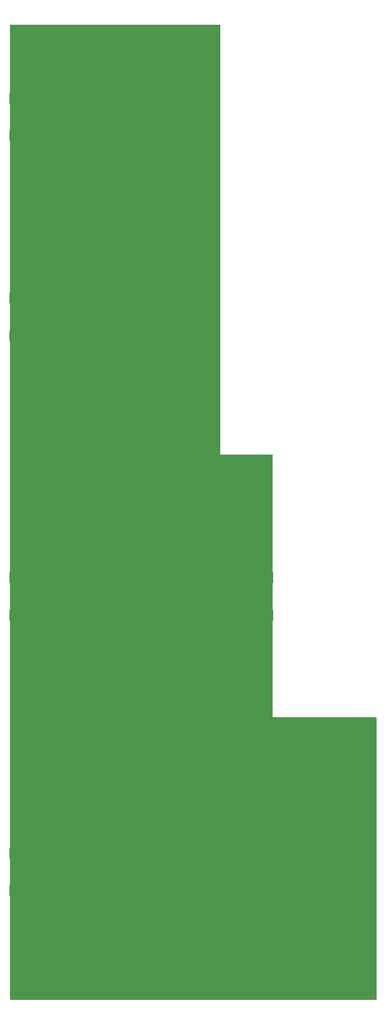
<source format=gbs>
G04*
G04 #@! TF.GenerationSoftware,Altium Limited,Altium Designer,22.10.1 (41)*
G04*
G04 Layer_Color=16711935*
%FSLAX25Y25*%
%MOIN*%
G70*
G04*
G04 #@! TF.SameCoordinates,10B0A499-9DE9-419A-BA03-DC6469FBBFFB*
G04*
G04*
G04 #@! TF.FilePolarity,Negative*
G04*
G01*
G75*
%ADD44R,0.20485X0.06312*%
%ADD73C,0.14580*%
%ADD74C,0.16548*%
%ADD75C,0.03162*%
G36*
X119346Y617000D02*
Y373500D01*
X149066D01*
X149067Y373001D01*
Y225008D01*
X207426D01*
X207941Y224493D01*
X207924Y224476D01*
Y64999D01*
X500Y64998D01*
X0Y65498D01*
Y617000D01*
X119346D01*
X119346Y617000D01*
D02*
G37*
D44*
X9843Y148000D02*
D03*
Y126740D02*
D03*
X198126Y126870D02*
D03*
Y148130D02*
D03*
X139224Y282443D02*
D03*
Y303702D02*
D03*
X9842D02*
D03*
Y282443D02*
D03*
Y462222D02*
D03*
Y440962D02*
D03*
X109503Y439923D02*
D03*
Y461183D02*
D03*
Y575356D02*
D03*
Y554096D02*
D03*
X9842D02*
D03*
Y575356D02*
D03*
D73*
X99950Y116720D02*
D03*
Y167114D02*
D03*
X67901Y322600D02*
D03*
X67901Y272206D02*
D03*
D74*
X58003Y428198D02*
D03*
X56826Y595632D02*
D03*
X58003Y478986D02*
D03*
X56826Y545238D02*
D03*
D75*
X60711Y309276D02*
D03*
X131289Y186263D02*
D03*
X127515Y186210D02*
D03*
X106771Y553976D02*
D03*
X105586Y575374D02*
D03*
X53255Y463434D02*
D03*
X4322Y554059D02*
D03*
X13717Y462297D02*
D03*
X8913Y462303D02*
D03*
X70719Y293047D02*
D03*
X67296D02*
D03*
X61767Y442684D02*
D03*
X58083Y442410D02*
D03*
X54827Y442537D02*
D03*
X99043Y341487D02*
D03*
X55892Y460297D02*
D03*
X106291Y131321D02*
D03*
X92819Y153140D02*
D03*
X55883Y312198D02*
D03*
X40646Y437947D02*
D03*
X69329Y462277D02*
D03*
X11573Y148325D02*
D03*
X7099D02*
D03*
X2939Y148199D02*
D03*
X11447Y126329D02*
D03*
X7099Y126392D02*
D03*
X2561D02*
D03*
X205534Y148417D02*
D03*
X200821Y148361D02*
D03*
X196276D02*
D03*
X195771Y126872D02*
D03*
X200428Y126816D02*
D03*
X204748Y126872D02*
D03*
X201973Y133113D02*
D03*
X196500Y133000D02*
D03*
X191190Y133007D02*
D03*
X202000Y142000D02*
D03*
X196500D02*
D03*
X191253Y141863D02*
D03*
X186000Y143000D02*
D03*
Y132000D02*
D03*
X112000Y142000D02*
D03*
Y133000D02*
D03*
X173935Y141960D02*
D03*
X167636D02*
D03*
X161336D02*
D03*
X155037D02*
D03*
X148738D02*
D03*
X142439D02*
D03*
X136140D02*
D03*
X129840D02*
D03*
X123541D02*
D03*
X117352Y142004D02*
D03*
X117842Y132779D02*
D03*
X124767Y132979D02*
D03*
X131066D02*
D03*
X137366D02*
D03*
X143665D02*
D03*
X149964D02*
D03*
X156263D02*
D03*
X162563D02*
D03*
X168862D02*
D03*
X174000Y133000D02*
D03*
X180000Y132000D02*
D03*
X179856Y143036D02*
D03*
X88378Y132725D02*
D03*
X80665Y141818D02*
D03*
X75087Y141890D02*
D03*
X68787D02*
D03*
X62488D02*
D03*
X56189D02*
D03*
X49890D02*
D03*
X43591D02*
D03*
X37291D02*
D03*
X33500Y133000D02*
D03*
X40106Y132909D02*
D03*
X46405D02*
D03*
X52705D02*
D03*
X59004D02*
D03*
X65303D02*
D03*
X71602D02*
D03*
X77901D02*
D03*
X83750Y132725D02*
D03*
X86186Y141940D02*
D03*
X6630Y132948D02*
D03*
X12788Y132974D02*
D03*
X19259Y133001D02*
D03*
X25811Y132982D02*
D03*
X30038Y141762D02*
D03*
X23383Y141686D02*
D03*
X17109Y141861D02*
D03*
X10810D02*
D03*
X5500Y142000D02*
D03*
X107743Y112847D02*
D03*
X91739Y114790D02*
D03*
X107784Y100104D02*
D03*
X108568Y167099D02*
D03*
X89334Y152238D02*
D03*
X78299Y288469D02*
D03*
X112294Y446339D02*
D03*
X107292Y446126D02*
D03*
X101655Y446132D02*
D03*
X96062Y446106D02*
D03*
X91099Y446063D02*
D03*
X86092Y445976D02*
D03*
X81271Y446072D02*
D03*
X77271D02*
D03*
X72771D02*
D03*
X112271Y455072D02*
D03*
X107771D02*
D03*
X103271D02*
D03*
X93271D02*
D03*
X107370Y161065D02*
D03*
X99447Y137386D02*
D03*
X99390Y141240D02*
D03*
X102959Y141212D02*
D03*
X102988Y137529D02*
D03*
X103159Y133760D02*
D03*
X99419Y133788D02*
D03*
X95735Y133760D02*
D03*
X95850Y137557D02*
D03*
Y141183D02*
D03*
X47771Y106572D02*
D03*
X46271Y102573D02*
D03*
X47271Y99072D02*
D03*
X51271Y97072D02*
D03*
X55271Y99072D02*
D03*
X56771Y103073D02*
D03*
X55271Y106572D02*
D03*
X51271Y108072D02*
D03*
X106028Y157299D02*
D03*
X108636Y172582D02*
D03*
X102916Y176783D02*
D03*
X95051Y176514D02*
D03*
X89271Y156572D02*
D03*
X79326Y157651D02*
D03*
X78552Y164087D02*
D03*
X77240Y171060D02*
D03*
X77717Y177973D02*
D03*
X99447Y106005D02*
D03*
X106467Y106831D02*
D03*
X102916Y99811D02*
D03*
X94161Y101380D02*
D03*
X93418Y108566D02*
D03*
X97153Y124969D02*
D03*
X118271Y104572D02*
D03*
Y108572D02*
D03*
X102428Y128116D02*
D03*
X84097Y156414D02*
D03*
X89709Y164041D02*
D03*
X68924Y158999D02*
D03*
X68831Y163248D02*
D03*
X88489Y169434D02*
D03*
X88304Y173684D02*
D03*
X66757Y167410D02*
D03*
X66774Y171868D02*
D03*
X100154Y189205D02*
D03*
X95071Y189123D02*
D03*
X131028Y179894D02*
D03*
X127405Y179741D02*
D03*
X106890Y142733D02*
D03*
X92167Y132070D02*
D03*
X91972Y142996D02*
D03*
X103500Y154000D02*
D03*
X94776Y150162D02*
D03*
X137161Y303939D02*
D03*
X141769Y303875D02*
D03*
X145993Y303811D02*
D03*
X138185Y282564D02*
D03*
X142153D02*
D03*
X146121Y282436D02*
D03*
X134271Y288573D02*
D03*
X140271D02*
D03*
X139771Y297572D02*
D03*
X134271D02*
D03*
X129387Y286671D02*
D03*
X124538D02*
D03*
X119931Y286706D02*
D03*
X129000Y299500D02*
D03*
X124053Y299522D02*
D03*
X119238Y299418D02*
D03*
X116086Y288472D02*
D03*
X81771Y288573D02*
D03*
X86771D02*
D03*
X92271D02*
D03*
X78271Y297572D02*
D03*
X83271D02*
D03*
X113727Y297563D02*
D03*
X107428D02*
D03*
X101129D02*
D03*
X94831Y297718D02*
D03*
X88537Y297485D02*
D03*
X98390Y288582D02*
D03*
X104689D02*
D03*
X110988D02*
D03*
X13091Y282119D02*
D03*
X8078D02*
D03*
X2835D02*
D03*
X13840Y303783D02*
D03*
X8424Y303841D02*
D03*
X3066Y303668D02*
D03*
X56485Y288228D02*
D03*
X48061Y297611D02*
D03*
X6271Y298073D02*
D03*
X11322Y298101D02*
D03*
X9023Y288416D02*
D03*
X10912Y456480D02*
D03*
X42008Y297563D02*
D03*
X35709D02*
D03*
X29410D02*
D03*
X23111D02*
D03*
X16829Y298026D02*
D03*
X14180Y288416D02*
D03*
X20477Y288582D02*
D03*
X26777D02*
D03*
X33076D02*
D03*
X39375D02*
D03*
X45674D02*
D03*
X51956Y288119D02*
D03*
X53913Y297898D02*
D03*
X71546Y309599D02*
D03*
X51866Y312309D02*
D03*
X57335Y307736D02*
D03*
X70630Y284496D02*
D03*
X74878Y298411D02*
D03*
X74801Y287826D02*
D03*
X59957D02*
D03*
X59901Y298513D02*
D03*
X73000Y462500D02*
D03*
X79500Y474000D02*
D03*
X48339Y466406D02*
D03*
X42560Y468349D02*
D03*
X42455Y472892D02*
D03*
X105500Y461000D02*
D03*
X110565Y460857D02*
D03*
X115000Y461000D02*
D03*
X106466Y439614D02*
D03*
X111287D02*
D03*
X115718Y439808D02*
D03*
X14025Y440780D02*
D03*
X8743Y440665D02*
D03*
X3805D02*
D03*
X4000Y462500D02*
D03*
X86000Y260000D02*
D03*
Y264000D02*
D03*
X24000Y260000D02*
D03*
X22500Y256000D02*
D03*
X24000Y252500D02*
D03*
X28000Y250500D02*
D03*
X31500Y252500D02*
D03*
X33500Y256500D02*
D03*
X31500Y260000D02*
D03*
X28000Y261500D02*
D03*
X68500Y260000D02*
D03*
X75500Y261500D02*
D03*
X72000Y255500D02*
D03*
X63500Y256500D02*
D03*
X60500Y262500D02*
D03*
X67357Y289517D02*
D03*
X70582Y289621D02*
D03*
X70894Y296660D02*
D03*
X67392Y296799D02*
D03*
X63855Y289413D02*
D03*
Y293054D02*
D03*
X63890Y296764D02*
D03*
X66124Y280887D02*
D03*
X77000Y327500D02*
D03*
X65500Y334500D02*
D03*
X73000D02*
D03*
X59000D02*
D03*
X74822Y316271D02*
D03*
X74774Y312362D02*
D03*
X99131Y335571D02*
D03*
X95462Y335690D02*
D03*
X95403Y341490D02*
D03*
X57511Y319724D02*
D03*
X55686Y324784D02*
D03*
X55633Y329269D02*
D03*
X47500Y314500D02*
D03*
X46000Y321000D02*
D03*
X45000Y327500D02*
D03*
X45500Y334500D02*
D03*
X62929Y306316D02*
D03*
X36679Y314536D02*
D03*
X36781Y318648D02*
D03*
X34885Y322758D02*
D03*
X34793Y327238D02*
D03*
X67500Y345000D02*
D03*
X63500D02*
D03*
X83000Y455000D02*
D03*
X98771Y455072D02*
D03*
X88271D02*
D03*
X74418Y455355D02*
D03*
X68718Y445785D02*
D03*
X78391Y455403D02*
D03*
X44690Y446965D02*
D03*
X46754Y455896D02*
D03*
X41595Y456750D02*
D03*
X7831Y446705D02*
D03*
X14130D02*
D03*
X20429D02*
D03*
X26728D02*
D03*
X33027D02*
D03*
X39317Y447057D02*
D03*
X36099Y456825D02*
D03*
X29810Y456480D02*
D03*
X23510D02*
D03*
X17211D02*
D03*
X6271Y456572D02*
D03*
X63848Y445419D02*
D03*
X74500Y466500D02*
D03*
X80500Y479000D02*
D03*
X66529Y457346D02*
D03*
X64000Y455000D02*
D03*
X39212Y470730D02*
D03*
X39076Y475950D02*
D03*
X81684Y424892D02*
D03*
X78684Y421392D02*
D03*
Y416892D02*
D03*
X82184Y413892D02*
D03*
X86184D02*
D03*
X89184Y416892D02*
D03*
Y421392D02*
D03*
X86184Y424892D02*
D03*
X59896Y448631D02*
D03*
X56075D02*
D03*
X59941Y452565D02*
D03*
X56143Y452520D02*
D03*
X39636Y421675D02*
D03*
X39659Y426176D02*
D03*
X40303Y429892D02*
D03*
Y434082D02*
D03*
X90334Y471310D02*
D03*
X90254Y475789D02*
D03*
X87448Y463657D02*
D03*
X87470Y468295D02*
D03*
X80802Y459084D02*
D03*
X76064Y470345D02*
D03*
X75978Y474601D02*
D03*
X41568Y460446D02*
D03*
X110500Y554000D02*
D03*
X114500D02*
D03*
X109503Y575356D02*
D03*
X114000Y575500D02*
D03*
X8500Y554000D02*
D03*
X13000D02*
D03*
Y575500D02*
D03*
X8500D02*
D03*
X4500D02*
D03*
X49798Y570354D02*
D03*
X50458Y557709D02*
D03*
X63000Y558000D02*
D03*
X68050Y559845D02*
D03*
X74349D02*
D03*
X80649D02*
D03*
X86948D02*
D03*
X93247D02*
D03*
X99546D02*
D03*
X105845D02*
D03*
X112145D02*
D03*
X109317Y569620D02*
D03*
X103018D02*
D03*
X96719D02*
D03*
X90419D02*
D03*
X84120D02*
D03*
X77821D02*
D03*
X71522D02*
D03*
X65306Y570643D02*
D03*
X45431Y569623D02*
D03*
X39132D02*
D03*
X32833D02*
D03*
X26534D02*
D03*
X20234D02*
D03*
X13935D02*
D03*
X7636D02*
D03*
X9445Y559847D02*
D03*
X15744D02*
D03*
X22043D02*
D03*
X28343D02*
D03*
X34642D02*
D03*
X40941D02*
D03*
X47240D02*
D03*
X83500Y607500D02*
D03*
X86500Y604000D02*
D03*
Y599500D02*
D03*
X83500Y596500D02*
D03*
X79500D02*
D03*
X76000Y599500D02*
D03*
Y604000D02*
D03*
X79000Y607500D02*
D03*
X58681Y556995D02*
D03*
X55000Y557000D02*
D03*
X55165Y566396D02*
D03*
X58486Y563068D02*
D03*
X58505Y566419D02*
D03*
X55098Y563012D02*
D03*
X65523Y579596D02*
D03*
X65566Y574730D02*
D03*
M02*

</source>
